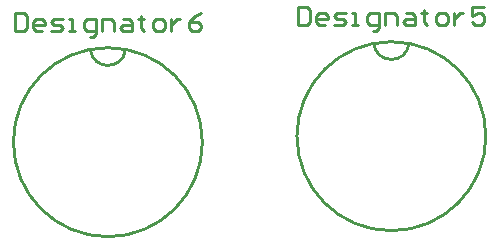
<source format=gto>
G04*
G04 #@! TF.GenerationSoftware,Altium Limited,Altium Designer,20.0.10 (225)*
G04*
G04 Layer_Color=65535*
%FSLAX25Y25*%
%MOIN*%
G70*
G01*
G75*
%ADD10C,0.01000*%
D10*
X328996Y314000D02*
G03*
X328996Y314000I-31496J0D01*
G01*
X291640Y344764D02*
G03*
X303360Y344764I5860J733D01*
G01*
X423496Y316000D02*
G03*
X423496Y316000I-31496J0D01*
G01*
X386140Y346764D02*
G03*
X397860Y346764I5860J733D01*
G01*
X266500Y356998D02*
Y351000D01*
X269499D01*
X270499Y352000D01*
Y355998D01*
X269499Y356998D01*
X266500D01*
X275497Y351000D02*
X273498D01*
X272498Y352000D01*
Y353999D01*
X273498Y354999D01*
X275497D01*
X276497Y353999D01*
Y352999D01*
X272498D01*
X278496Y351000D02*
X281495D01*
X282495Y352000D01*
X281495Y352999D01*
X279496D01*
X278496Y353999D01*
X279496Y354999D01*
X282495D01*
X284494Y351000D02*
X286493D01*
X285494D01*
Y354999D01*
X284494D01*
X291492Y349001D02*
X292492D01*
X293491Y350000D01*
Y354999D01*
X290492D01*
X289493Y353999D01*
Y352000D01*
X290492Y351000D01*
X293491D01*
X295491D02*
Y354999D01*
X298490D01*
X299489Y353999D01*
Y351000D01*
X302488Y354999D02*
X304488D01*
X305487Y353999D01*
Y351000D01*
X302488D01*
X301489Y352000D01*
X302488Y352999D01*
X305487D01*
X308486Y355998D02*
Y354999D01*
X307487D01*
X309486D01*
X308486D01*
Y352000D01*
X309486Y351000D01*
X313485D02*
X315484D01*
X316484Y352000D01*
Y353999D01*
X315484Y354999D01*
X313485D01*
X312485Y353999D01*
Y352000D01*
X313485Y351000D01*
X318483Y354999D02*
Y351000D01*
Y352999D01*
X319483Y353999D01*
X320482Y354999D01*
X321482D01*
X328480Y356998D02*
X326481Y355998D01*
X324481Y353999D01*
Y352000D01*
X325481Y351000D01*
X327480D01*
X328480Y352000D01*
Y352999D01*
X327480Y353999D01*
X324481D01*
X361000Y358998D02*
Y353000D01*
X363999D01*
X364999Y354000D01*
Y357998D01*
X363999Y358998D01*
X361000D01*
X369997Y353000D02*
X367998D01*
X366998Y354000D01*
Y355999D01*
X367998Y356999D01*
X369997D01*
X370997Y355999D01*
Y354999D01*
X366998D01*
X372996Y353000D02*
X375995D01*
X376995Y354000D01*
X375995Y354999D01*
X373996D01*
X372996Y355999D01*
X373996Y356999D01*
X376995D01*
X378994Y353000D02*
X380994D01*
X379994D01*
Y356999D01*
X378994D01*
X385992Y351001D02*
X386992D01*
X387991Y352000D01*
Y356999D01*
X384992D01*
X383993Y355999D01*
Y354000D01*
X384992Y353000D01*
X387991D01*
X389991D02*
Y356999D01*
X392990D01*
X393989Y355999D01*
Y353000D01*
X396988Y356999D02*
X398988D01*
X399987Y355999D01*
Y353000D01*
X396988D01*
X395989Y354000D01*
X396988Y354999D01*
X399987D01*
X402986Y357998D02*
Y356999D01*
X401987D01*
X403986D01*
X402986D01*
Y354000D01*
X403986Y353000D01*
X407985D02*
X409984D01*
X410984Y354000D01*
Y355999D01*
X409984Y356999D01*
X407985D01*
X406985Y355999D01*
Y354000D01*
X407985Y353000D01*
X412983Y356999D02*
Y353000D01*
Y354999D01*
X413983Y355999D01*
X414983Y356999D01*
X415982D01*
X422980Y358998D02*
X418981D01*
Y355999D01*
X420981Y356999D01*
X421980D01*
X422980Y355999D01*
Y354000D01*
X421980Y353000D01*
X419981D01*
X418981Y354000D01*
M02*

</source>
